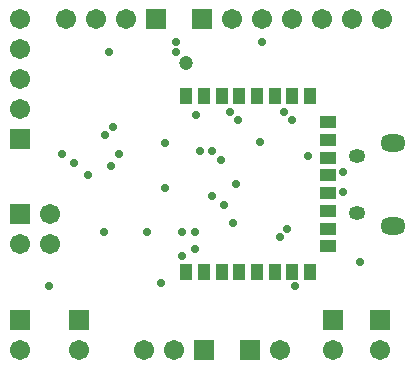
<source format=gbs>
G04 Layer_Color=16711935*
%FSLAX44Y44*%
%MOMM*%
G71*
G01*
G75*
%ADD47R,1.7032X1.7032*%
%ADD54R,1.7032X1.7032*%
%ADD55C,1.7032*%
%ADD56O,2.1400X1.4900*%
%ADD57O,1.3900X1.1900*%
%ADD58C,0.7032*%
%ADD59C,1.2032*%
%ADD60R,1.4032X1.0032*%
%ADD61R,1.0032X1.4032*%
D47*
X215000Y20000D02*
D03*
X175800D02*
D03*
X135000Y300000D02*
D03*
X173800Y300000D02*
D03*
D54*
X325000Y45400D02*
D03*
X285000D02*
D03*
X70000D02*
D03*
X20000Y45000D02*
D03*
X20000Y198400D02*
D03*
X20000Y135000D02*
D03*
D55*
X325000Y20000D02*
D03*
X285000D02*
D03*
X240400D02*
D03*
X150400D02*
D03*
X125000D02*
D03*
X70000D02*
D03*
X20000Y19600D02*
D03*
Y300000D02*
D03*
Y274600D02*
D03*
Y249200D02*
D03*
X20000Y223800D02*
D03*
X58800Y300000D02*
D03*
X84200D02*
D03*
X109600D02*
D03*
X326200Y300000D02*
D03*
X300800Y300000D02*
D03*
X275400Y300000D02*
D03*
X250000Y300000D02*
D03*
X199200D02*
D03*
X224600Y300000D02*
D03*
X45400Y109600D02*
D03*
X20000D02*
D03*
X45400Y135000D02*
D03*
D56*
X335500Y195125D02*
D03*
Y124875D02*
D03*
D57*
X305500Y184250D02*
D03*
Y135750D02*
D03*
D58*
X139080Y76560D02*
D03*
X157480Y99060D02*
D03*
X95250Y271780D02*
D03*
X168910Y218440D02*
D03*
X203200Y160020D02*
D03*
X99060Y208280D02*
D03*
X182880Y187960D02*
D03*
X172720D02*
D03*
X190500Y180340D02*
D03*
X264160Y184250D02*
D03*
X200660Y127000D02*
D03*
X198120Y220980D02*
D03*
X204280Y214440D02*
D03*
X250000D02*
D03*
X243840Y220980D02*
D03*
X193040Y142240D02*
D03*
X182880Y149960D02*
D03*
X92140Y201580D02*
D03*
X223520Y195580D02*
D03*
X142500Y195320D02*
D03*
X224790Y280670D02*
D03*
X168540Y105040D02*
D03*
X104140Y185420D02*
D03*
X142500Y157220D02*
D03*
X97385Y175260D02*
D03*
X246380Y121920D02*
D03*
X168540Y119380D02*
D03*
X157480D02*
D03*
X127500D02*
D03*
X45000Y73660D02*
D03*
X91440Y119380D02*
D03*
X240000Y115600D02*
D03*
X308000Y93980D02*
D03*
X66040Y177800D02*
D03*
X55880Y185420D02*
D03*
X293370Y170180D02*
D03*
Y153670D02*
D03*
X152400Y280670D02*
D03*
Y271780D02*
D03*
X253160Y73660D02*
D03*
X77470Y167640D02*
D03*
D59*
X160768Y262500D02*
D03*
D60*
X280748Y107520D02*
D03*
Y122520D02*
D03*
Y137520D02*
D03*
Y152520D02*
D03*
X280748Y167520D02*
D03*
X280748Y182520D02*
D03*
Y197520D02*
D03*
X280748Y212520D02*
D03*
D61*
X265748Y234520D02*
D03*
X250748Y234520D02*
D03*
X235748Y234520D02*
D03*
X220748Y234520D02*
D03*
X205748Y234520D02*
D03*
X190748D02*
D03*
X175748Y234520D02*
D03*
X175748Y85520D02*
D03*
X190748Y85520D02*
D03*
X205748Y85520D02*
D03*
X220748Y85520D02*
D03*
X235748Y85520D02*
D03*
X250748Y85520D02*
D03*
X265748Y85520D02*
D03*
X160748Y85520D02*
D03*
Y234520D02*
D03*
M02*

</source>
